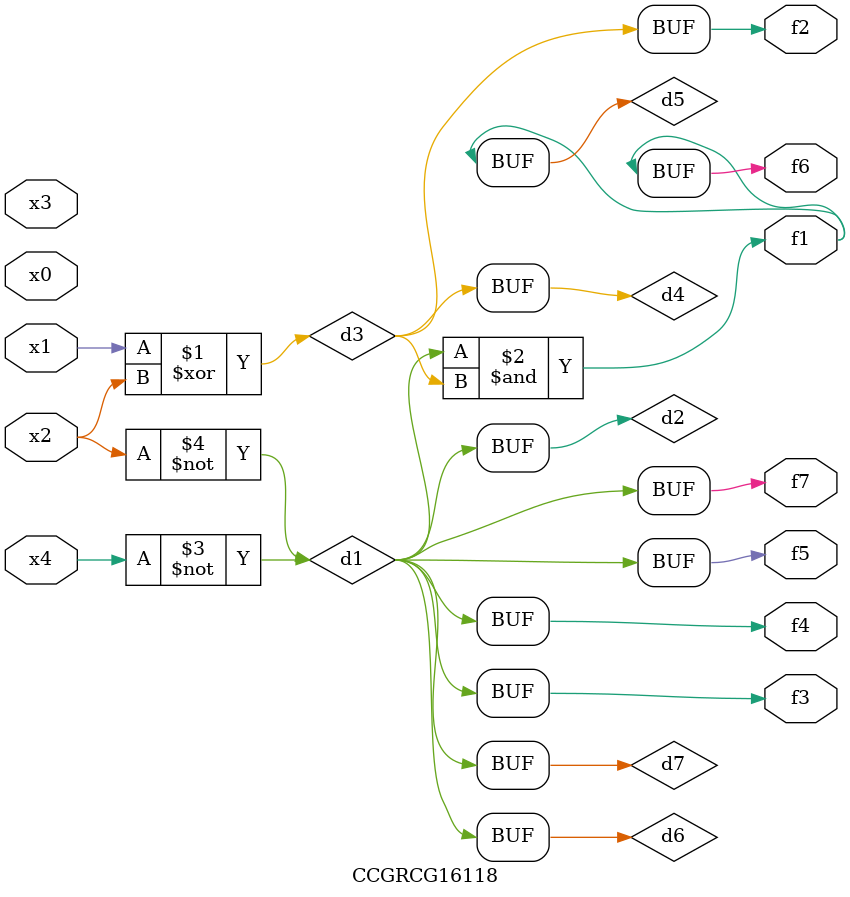
<source format=v>
module CCGRCG16118(
	input x0, x1, x2, x3, x4,
	output f1, f2, f3, f4, f5, f6, f7
);

	wire d1, d2, d3, d4, d5, d6, d7;

	not (d1, x4);
	not (d2, x2);
	xor (d3, x1, x2);
	buf (d4, d3);
	and (d5, d1, d3);
	buf (d6, d1, d2);
	buf (d7, d2);
	assign f1 = d5;
	assign f2 = d4;
	assign f3 = d7;
	assign f4 = d7;
	assign f5 = d7;
	assign f6 = d5;
	assign f7 = d7;
endmodule

</source>
